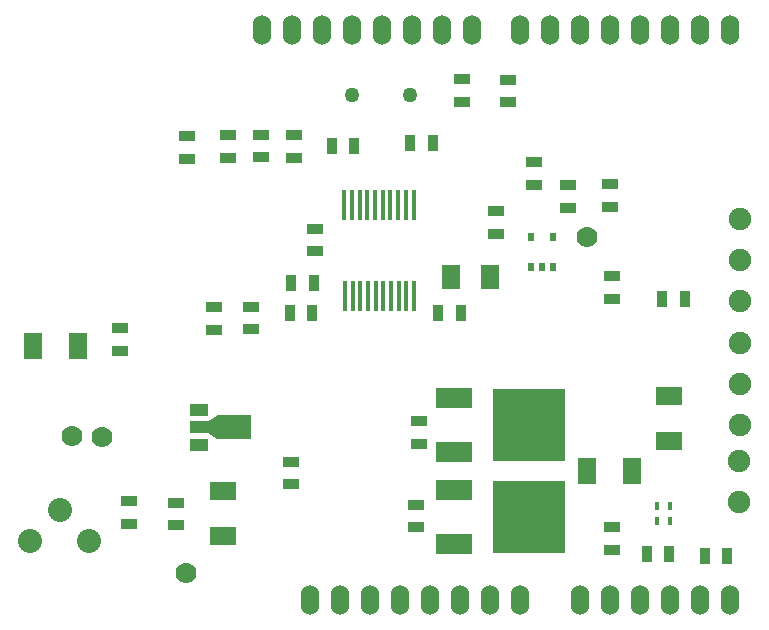
<source format=gts>
G04 (created by PCBNEW (2013-07-07 BZR 4022)-stable) date 10/23/2014 11:52:32 AM*
%MOIN*%
G04 Gerber Fmt 3.4, Leading zero omitted, Abs format*
%FSLAX34Y34*%
G01*
G70*
G90*
G04 APERTURE LIST*
%ADD10C,0.00590551*%
%ADD11R,0.055X0.035*%
%ADD12R,0.035X0.055*%
%ADD13R,0.0866X0.063*%
%ADD14R,0.06X0.08*%
%ADD15R,0.011811X0.0984252*%
%ADD16R,0.12X0.065*%
%ADD17R,0.24X0.24*%
%ADD18R,0.02X0.03*%
%ADD19C,0.05*%
%ADD20R,0.063X0.0866*%
%ADD21C,0.07*%
%ADD22C,0.08*%
%ADD23C,0.075*%
%ADD24R,0.0591X0.0394*%
%ADD25R,0.1181X0.0787*%
%ADD26R,0.0177165X0.0295276*%
%ADD27O,0.06X0.1*%
G04 APERTURE END LIST*
G54D10*
G54D11*
X64137Y-36476D03*
X64137Y-37226D03*
X69850Y-40925D03*
X69850Y-41675D03*
X64448Y-42243D03*
X64448Y-42993D03*
X66010Y-42295D03*
X66010Y-43045D03*
X80489Y-32423D03*
X80489Y-31673D03*
X79057Y-31711D03*
X79057Y-32461D03*
X70630Y-33912D03*
X70630Y-33162D03*
G54D12*
X74744Y-35951D03*
X75494Y-35951D03*
G54D11*
X68516Y-35752D03*
X68516Y-36502D03*
X74110Y-40323D03*
X74110Y-39573D03*
X67270Y-35773D03*
X67270Y-36523D03*
G54D12*
X69849Y-34965D03*
X70599Y-34965D03*
X70543Y-35980D03*
X69793Y-35980D03*
X71193Y-30394D03*
X71943Y-30394D03*
X74568Y-30296D03*
X73818Y-30296D03*
G54D13*
X67590Y-43388D03*
X67590Y-41892D03*
G54D14*
X75184Y-34763D03*
X76484Y-34763D03*
G54D11*
X68845Y-30033D03*
X68845Y-30783D03*
X66381Y-30082D03*
X66381Y-30832D03*
X69944Y-30047D03*
X69944Y-30797D03*
X75551Y-28171D03*
X75551Y-28921D03*
G54D15*
X71640Y-35417D03*
X71896Y-35417D03*
X72152Y-35417D03*
X72408Y-35417D03*
X72664Y-35417D03*
X72920Y-35417D03*
X73176Y-35417D03*
X73431Y-35417D03*
X73687Y-35417D03*
X73943Y-35417D03*
X73924Y-32365D03*
X73668Y-32365D03*
X73412Y-32365D03*
X73156Y-32365D03*
X72900Y-32365D03*
X72644Y-32365D03*
X72388Y-32365D03*
X72132Y-32365D03*
X71876Y-32365D03*
X71620Y-32365D03*
G54D16*
X75275Y-38785D03*
G54D17*
X77775Y-39685D03*
G54D16*
X75275Y-40585D03*
G54D11*
X67746Y-30040D03*
X67746Y-30790D03*
G54D13*
X82450Y-40228D03*
X82450Y-38732D03*
G54D11*
X74000Y-43105D03*
X74000Y-42355D03*
G54D16*
X75275Y-41855D03*
G54D17*
X77775Y-42755D03*
G54D16*
X75275Y-43655D03*
G54D18*
X77825Y-34450D03*
X78575Y-34450D03*
X77825Y-33450D03*
X78200Y-34450D03*
X78575Y-33450D03*
G54D19*
X71873Y-28705D03*
X73794Y-28705D03*
G54D20*
X61237Y-37057D03*
X62733Y-37057D03*
G54D21*
X79716Y-33432D03*
G54D12*
X81693Y-43988D03*
X82443Y-43988D03*
X83632Y-44058D03*
X84382Y-44058D03*
G54D11*
X80545Y-43115D03*
X80545Y-43865D03*
G54D20*
X79722Y-41230D03*
X81218Y-41230D03*
G54D11*
X77077Y-28192D03*
X77077Y-28942D03*
G54D21*
X62548Y-40083D03*
X63555Y-40087D03*
G54D22*
X63121Y-43557D03*
X61151Y-43557D03*
X62141Y-42527D03*
G54D23*
X84798Y-32822D03*
X84798Y-34200D03*
X84798Y-35578D03*
X84798Y-36956D03*
X84798Y-38334D03*
X84798Y-39712D03*
X84759Y-40885D03*
X84759Y-42263D03*
G54D11*
X80545Y-35495D03*
X80545Y-34745D03*
G54D21*
X66350Y-44630D03*
G54D24*
X66779Y-39190D03*
X66779Y-39781D03*
X66779Y-40372D03*
G54D25*
X67941Y-39781D03*
G54D10*
G36*
X67360Y-40175D02*
X67065Y-39978D01*
X67065Y-39584D01*
X67360Y-39387D01*
X67360Y-40175D01*
X67360Y-40175D01*
G37*
G54D26*
X82032Y-42915D03*
X82032Y-42394D03*
X82485Y-42915D03*
X82485Y-42394D03*
G54D11*
X76689Y-33329D03*
X76689Y-32579D03*
X77931Y-31686D03*
X77931Y-30936D03*
G54D12*
X82965Y-35510D03*
X82215Y-35510D03*
G54D27*
X75890Y-26534D03*
X74890Y-26534D03*
X73890Y-26534D03*
X72890Y-26534D03*
X71890Y-26534D03*
X70890Y-26534D03*
X69890Y-26534D03*
X68890Y-26534D03*
X73490Y-45534D03*
X72490Y-45534D03*
X71490Y-45534D03*
X70490Y-45534D03*
X74490Y-45534D03*
X75490Y-45534D03*
X76490Y-45534D03*
X77490Y-45534D03*
X79490Y-45534D03*
X80490Y-45534D03*
X81490Y-45534D03*
X82490Y-45534D03*
X83490Y-45534D03*
X84490Y-45534D03*
X84490Y-26534D03*
X83490Y-26534D03*
X82490Y-26534D03*
X81490Y-26534D03*
X80490Y-26534D03*
X79490Y-26534D03*
X78490Y-26534D03*
X77490Y-26534D03*
M02*

</source>
